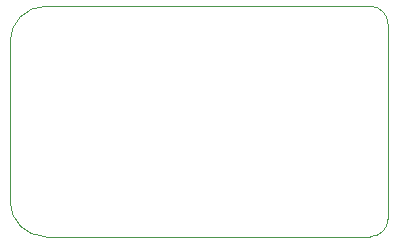
<source format=gm1>
G04 #@! TF.GenerationSoftware,KiCad,Pcbnew,(7.0.0)*
G04 #@! TF.CreationDate,2023-03-25T16:30:21+01:00*
G04 #@! TF.ProjectId,PowerPCB,506f7765-7250-4434-922e-6b696361645f,rev?*
G04 #@! TF.SameCoordinates,Original*
G04 #@! TF.FileFunction,Profile,NP*
%FSLAX46Y46*%
G04 Gerber Fmt 4.6, Leading zero omitted, Abs format (unit mm)*
G04 Created by KiCad (PCBNEW (7.0.0)) date 2023-03-25 16:30:21*
%MOMM*%
%LPD*%
G01*
G04 APERTURE LIST*
G04 #@! TA.AperFunction,Profile*
%ADD10C,0.100000*%
G04 #@! TD*
G04 APERTURE END LIST*
D10*
X100000000Y-60500000D02*
G75*
G03*
X103000000Y-63500000I3000000J0D01*
G01*
X132000000Y-45500000D02*
G75*
G03*
X130500000Y-44000000I-1500000J0D01*
G01*
X100000000Y-47000000D02*
X100000000Y-60500000D01*
X130500000Y-63500000D02*
G75*
G03*
X132000000Y-62000000I0J1500000D01*
G01*
X103000000Y-44000000D02*
G75*
G03*
X100000000Y-47000000I0J-3000000D01*
G01*
X103000000Y-63500000D02*
X130500000Y-63500000D01*
X132000000Y-45500000D02*
X132000000Y-62000000D01*
X130500000Y-44000000D02*
X103000000Y-44000000D01*
M02*

</source>
